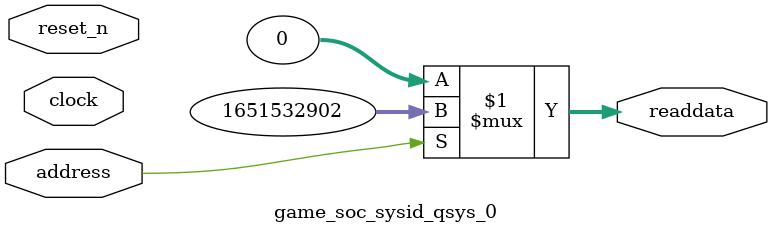
<source format=v>



// synthesis translate_off
`timescale 1ns / 1ps
// synthesis translate_on

// turn off superfluous verilog processor warnings 
// altera message_level Level1 
// altera message_off 10034 10035 10036 10037 10230 10240 10030 

module game_soc_sysid_qsys_0 (
               // inputs:
                address,
                clock,
                reset_n,

               // outputs:
                readdata
             )
;

  output  [ 31: 0] readdata;
  input            address;
  input            clock;
  input            reset_n;

  wire    [ 31: 0] readdata;
  //control_slave, which is an e_avalon_slave
  assign readdata = address ? 1651532902 : 0;

endmodule



</source>
